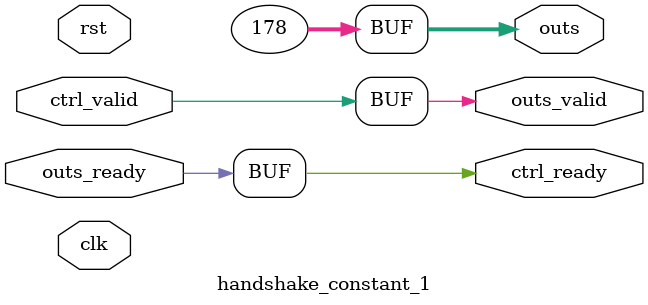
<source format=v>
`timescale 1ns / 1ps
module handshake_constant_1 #(
  parameter DATA_WIDTH = 32  // Default set to 32 bits
) (
  input                       clk,
  input                       rst,
  // Input Channel
  input                       ctrl_valid,
  output                      ctrl_ready,
  // Output Channel
  output [DATA_WIDTH - 1 : 0] outs,
  output                      outs_valid,
  input                       outs_ready
);
  assign outs       = 8'b10110010;
  assign outs_valid = ctrl_valid;
  assign ctrl_ready = outs_ready;

endmodule

</source>
